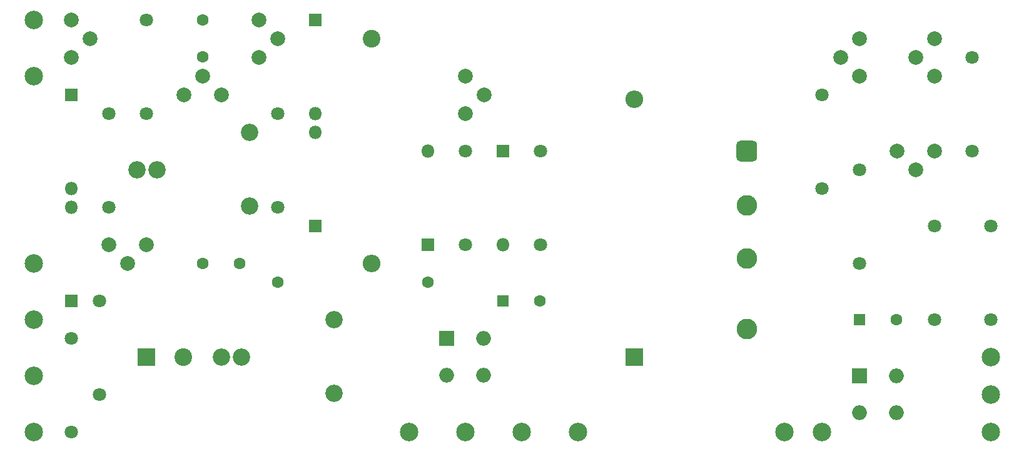
<source format=gbr>
G04 #@! TF.GenerationSoftware,KiCad,Pcbnew,5.1.7-a382d34a8~87~ubuntu20.04.1*
G04 #@! TF.CreationDate,2020-11-19T22:53:55+01:00*
G04 #@! TF.ProjectId,HTL Netzger_t,48544c20-4e65-4747-9a67-6572e4742e6b,V2.1*
G04 #@! TF.SameCoordinates,PX4b045ecPY8378e28*
G04 #@! TF.FileFunction,Copper,L1,Top*
G04 #@! TF.FilePolarity,Positive*
%FSLAX46Y46*%
G04 Gerber Fmt 4.6, Leading zero omitted, Abs format (unit mm)*
G04 Created by KiCad (PCBNEW 5.1.7-a382d34a8~87~ubuntu20.04.1) date 2020-11-19 22:53:55*
%MOMM*%
%LPD*%
G01*
G04 APERTURE LIST*
G04 #@! TA.AperFunction,ComponentPad*
%ADD10C,1.800000*%
G04 #@! TD*
G04 #@! TA.AperFunction,ComponentPad*
%ADD11C,2.340000*%
G04 #@! TD*
G04 #@! TA.AperFunction,ComponentPad*
%ADD12C,2.400000*%
G04 #@! TD*
G04 #@! TA.AperFunction,ComponentPad*
%ADD13R,2.400000X2.400000*%
G04 #@! TD*
G04 #@! TA.AperFunction,ComponentPad*
%ADD14C,1.600000*%
G04 #@! TD*
G04 #@! TA.AperFunction,ComponentPad*
%ADD15R,1.600000X1.600000*%
G04 #@! TD*
G04 #@! TA.AperFunction,ComponentPad*
%ADD16C,2.800000*%
G04 #@! TD*
G04 #@! TA.AperFunction,ComponentPad*
%ADD17C,2.000000*%
G04 #@! TD*
G04 #@! TA.AperFunction,ComponentPad*
%ADD18C,2.500000*%
G04 #@! TD*
G04 #@! TA.AperFunction,ComponentPad*
%ADD19O,2.400000X2.400000*%
G04 #@! TD*
G04 #@! TA.AperFunction,ComponentPad*
%ADD20R,2.000000X2.000000*%
G04 #@! TD*
G04 #@! TA.AperFunction,ComponentPad*
%ADD21O,2.000000X2.000000*%
G04 #@! TD*
G04 #@! TA.AperFunction,ComponentPad*
%ADD22O,1.800000X1.800000*%
G04 #@! TD*
G04 #@! TA.AperFunction,ComponentPad*
%ADD23R,1.800000X1.800000*%
G04 #@! TD*
G04 APERTURE END LIST*
D10*
X134618900Y20318600D03*
X134618900Y33018600D03*
X132078900Y55878600D03*
X132078900Y43178600D03*
X126998900Y20318600D03*
X126998900Y33018600D03*
X111758900Y50798600D03*
X111758900Y38098600D03*
X116838900Y27940000D03*
X116838900Y40640000D03*
X73658900Y43178600D03*
X73658900Y30478600D03*
X63498900Y30478600D03*
X63498900Y43178600D03*
X38098900Y35558600D03*
X38098900Y48258600D03*
X20318900Y48258600D03*
X20318900Y60958600D03*
X15238900Y35558600D03*
X15238900Y48258600D03*
X13968900Y10158600D03*
X13968900Y22858600D03*
X10158900Y5078600D03*
X10158900Y17778600D03*
D11*
X34290000Y45720000D03*
X21790000Y40640000D03*
X34290000Y35720000D03*
X19050000Y40640000D03*
X45718900Y20318600D03*
X33218900Y15238600D03*
X45718900Y10318600D03*
X30478900Y15238600D03*
D12*
X25318900Y15238600D03*
D13*
X20318900Y15238600D03*
D14*
X73578900Y22858600D03*
D15*
X68578900Y22858600D03*
D16*
X101598900Y19078600D03*
X101598900Y28578600D03*
X101598900Y35778600D03*
G04 #@! TA.AperFunction,ComponentPad*
G36*
G01*
X100700100Y44578600D02*
X102497700Y44578600D01*
G75*
G02*
X102998900Y44077400I0J-501200D01*
G01*
X102998900Y42279800D01*
G75*
G02*
X102497700Y41778600I-501200J0D01*
G01*
X100700100Y41778600D01*
G75*
G02*
X100198900Y42279800I0J501200D01*
G01*
X100198900Y44077400D01*
G75*
G02*
X100700100Y44578600I501200J0D01*
G01*
G37*
G04 #@! TD.AperFunction*
D14*
X58418900Y25398600D03*
X38098900Y25398600D03*
D17*
X25398900Y50798600D03*
X30478900Y50798600D03*
X27938900Y53338600D03*
D18*
X5078900Y5078600D03*
X5078900Y12698600D03*
X5078900Y20318600D03*
X5078900Y27938600D03*
X134618900Y5078600D03*
X134618900Y10158600D03*
X134618900Y15238600D03*
X5078900Y60958600D03*
X5078900Y53338600D03*
X55878900Y5078600D03*
X63498900Y5078600D03*
X71118900Y5078600D03*
X78738900Y5078600D03*
X106678900Y5078600D03*
X111758900Y5078600D03*
D17*
X126998900Y43178600D03*
X121918900Y43178600D03*
X124458900Y40638600D03*
X126998900Y53338600D03*
X126998900Y58418600D03*
X124458900Y55878600D03*
X116838900Y53338600D03*
X116838900Y58418600D03*
X114298900Y55878600D03*
X63498900Y53338600D03*
X63498900Y48258600D03*
X66038900Y50798600D03*
X35558900Y60958600D03*
X35558900Y55878600D03*
X38098900Y58418600D03*
X10158900Y60958600D03*
X10158900Y55878600D03*
X12698900Y58418600D03*
X20318900Y30478600D03*
X15238900Y30478600D03*
X17778900Y27938600D03*
D19*
X50798900Y27938600D03*
D12*
X50798900Y58418600D03*
D20*
X60958900Y17780000D03*
D21*
X65958900Y12780000D03*
X60958900Y12780000D03*
X65958900Y17780000D03*
D20*
X116838900Y12698600D03*
D21*
X121838900Y7698600D03*
X116838900Y7698600D03*
X121838900Y12698600D03*
D22*
X43178900Y45718600D03*
D23*
X43178900Y33018600D03*
D22*
X43178900Y48258600D03*
D23*
X43178900Y60958600D03*
D22*
X10158900Y38098600D03*
D23*
X10158900Y50798600D03*
D22*
X10158900Y35558600D03*
D23*
X10158900Y22858600D03*
D22*
X68578900Y30478600D03*
D23*
X68578900Y43178600D03*
D22*
X58418900Y43178600D03*
D23*
X58418900Y30478600D03*
D14*
X121838900Y20318600D03*
D15*
X116838900Y20318600D03*
D19*
X86358900Y50238600D03*
D13*
X86358900Y15238600D03*
D14*
X27938900Y55958600D03*
X27938900Y60958600D03*
X32938900Y27938600D03*
X27938900Y27938600D03*
M02*

</source>
